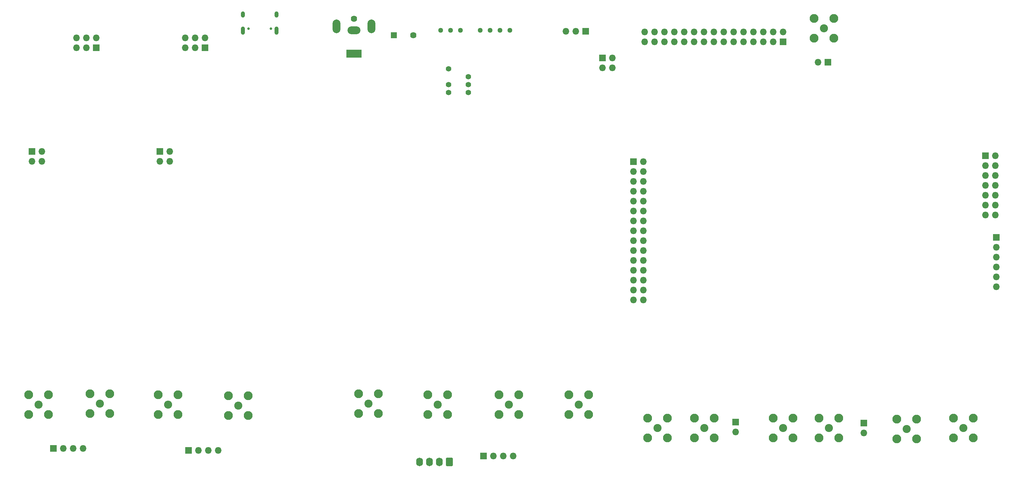
<source format=gbr>
G04 #@! TF.GenerationSoftware,KiCad,Pcbnew,(5.1.6-0-10_14)*
G04 #@! TF.CreationDate,2021-10-01T11:36:57+02:00*
G04 #@! TF.ProjectId,BioZ_front_end_V2_1,42696f5a-5f66-4726-9f6e-745f656e645f,rev?*
G04 #@! TF.SameCoordinates,Original*
G04 #@! TF.FileFunction,Soldermask,Bot*
G04 #@! TF.FilePolarity,Negative*
%FSLAX46Y46*%
G04 Gerber Fmt 4.6, Leading zero omitted, Abs format (unit mm)*
G04 Created by KiCad (PCBNEW (5.1.6-0-10_14)) date 2021-10-01 11:36:57*
%MOMM*%
%LPD*%
G01*
G04 APERTURE LIST*
%ADD10O,1.720000X1.720000*%
%ADD11R,1.720000X1.720000*%
%ADD12C,2.270000*%
%ADD13C,2.070000*%
%ADD14C,1.290000*%
%ADD15O,1.020000X2.120000*%
%ADD16O,1.020000X1.620000*%
%ADD17C,0.670000*%
%ADD18C,1.620000*%
%ADD19R,1.620000X1.620000*%
%ADD20O,1.760000X2.210000*%
%ADD21R,4.020000X2.020000*%
%ADD22O,3.320000X2.020000*%
%ADD23O,2.020000X3.520000*%
%ADD24C,1.391600*%
G04 APERTURE END LIST*
D10*
G04 #@! TO.C,J4*
X59400000Y-71440000D03*
X56860000Y-71440000D03*
X59400000Y-68900000D03*
D11*
X56860000Y-68900000D03*
G04 #@! TD*
D10*
G04 #@! TO.C,J13*
X71870000Y-145750000D03*
X69330000Y-145750000D03*
X66790000Y-145750000D03*
D11*
X64250000Y-145750000D03*
G04 #@! TD*
D10*
G04 #@! TO.C,J11*
X63420000Y-39710000D03*
X63420000Y-42250000D03*
X65960000Y-39710000D03*
X65960000Y-42250000D03*
X68500000Y-39710000D03*
D11*
X68500000Y-42250000D03*
G04 #@! TD*
D12*
G04 #@! TO.C,J8*
X74460000Y-136790000D03*
X74460000Y-131710000D03*
X79540000Y-131710000D03*
X79540000Y-136790000D03*
D13*
X77000000Y-134250000D03*
G04 #@! TD*
D12*
G04 #@! TO.C,J7*
X56460000Y-136540000D03*
X56460000Y-131460000D03*
X61540000Y-131460000D03*
X61540000Y-136540000D03*
D13*
X59000000Y-134000000D03*
G04 #@! TD*
D12*
G04 #@! TO.C,J9*
X23210000Y-136540000D03*
X23210000Y-131460000D03*
X28290000Y-131460000D03*
X28290000Y-136540000D03*
D13*
X25750000Y-134000000D03*
G04 #@! TD*
D10*
G04 #@! TO.C,J14*
X37120000Y-145250000D03*
X34580000Y-145250000D03*
X32040000Y-145250000D03*
D11*
X29500000Y-145250000D03*
G04 #@! TD*
D10*
G04 #@! TO.C,J12*
X35420000Y-39710000D03*
X35420000Y-42250000D03*
X37960000Y-39710000D03*
X37960000Y-42250000D03*
X40500000Y-39710000D03*
D11*
X40500000Y-42250000D03*
G04 #@! TD*
D12*
G04 #@! TO.C,J10*
X38960000Y-136290000D03*
X38960000Y-131210000D03*
X44040000Y-131210000D03*
X44040000Y-136290000D03*
D13*
X41500000Y-133750000D03*
G04 #@! TD*
D10*
G04 #@! TO.C,J5*
X26540000Y-71440000D03*
X24000000Y-71440000D03*
X26540000Y-68900000D03*
D11*
X24000000Y-68900000D03*
G04 #@! TD*
G04 #@! TO.C,J15*
X170600000Y-44900000D03*
D10*
X173140000Y-44900000D03*
X170600000Y-47440000D03*
X173140000Y-47440000D03*
G04 #@! TD*
D13*
G04 #@! TO.C,J19*
X146500000Y-134000000D03*
D12*
X149040000Y-136540000D03*
X149040000Y-131460000D03*
X143960000Y-131460000D03*
X143960000Y-136540000D03*
G04 #@! TD*
D14*
G04 #@! TO.C,U19*
X129000000Y-37750000D03*
X131540000Y-37750000D03*
X134080000Y-37750000D03*
X139160000Y-37750000D03*
X141700000Y-37750000D03*
X144240000Y-37750000D03*
X146780000Y-37750000D03*
G04 #@! TD*
D11*
G04 #@! TO.C,J33*
X271750000Y-91000000D03*
D10*
X271750000Y-93540000D03*
X271750000Y-96080000D03*
X271750000Y-98620000D03*
X271750000Y-101160000D03*
X271750000Y-103700000D03*
G04 #@! TD*
D11*
G04 #@! TO.C,J18*
X269000000Y-70000000D03*
D10*
X271540000Y-70000000D03*
X269000000Y-72540000D03*
X271540000Y-72540000D03*
X269000000Y-75080000D03*
X271540000Y-75080000D03*
X269000000Y-77620000D03*
X271540000Y-77620000D03*
X269000000Y-80160000D03*
X271540000Y-80160000D03*
X269000000Y-82700000D03*
X271540000Y-82700000D03*
X269000000Y-85240000D03*
X271540000Y-85240000D03*
G04 #@! TD*
D15*
G04 #@! TO.C,J17*
X86820000Y-37855000D03*
X78180000Y-37855000D03*
D16*
X86820000Y-33675000D03*
X78180000Y-33675000D03*
D17*
X79610000Y-37355000D03*
X85390000Y-37355000D03*
G04 #@! TD*
D10*
G04 #@! TO.C,J16*
X225960000Y-46000000D03*
D11*
X228500000Y-46000000D03*
G04 #@! TD*
D18*
G04 #@! TO.C,C2*
X122000000Y-39000000D03*
D19*
X117000000Y-39000000D03*
G04 #@! TD*
D10*
G04 #@! TO.C,JP4*
X237750000Y-141290000D03*
D11*
X237750000Y-138750000D03*
G04 #@! TD*
D10*
G04 #@! TO.C,JP3*
X204750000Y-141040000D03*
D11*
X204750000Y-138500000D03*
G04 #@! TD*
D10*
G04 #@! TO.C,J32*
X181440000Y-38210000D03*
X181440000Y-40750000D03*
X183980000Y-38210000D03*
X183980000Y-40750000D03*
X186520000Y-38210000D03*
X186520000Y-40750000D03*
X189060000Y-38210000D03*
X189060000Y-40750000D03*
X191600000Y-38210000D03*
X191600000Y-40750000D03*
X194140000Y-38210000D03*
X194140000Y-40750000D03*
X196680000Y-38210000D03*
X196680000Y-40750000D03*
X199220000Y-38210000D03*
X199220000Y-40750000D03*
X201760000Y-38210000D03*
X201760000Y-40750000D03*
X204300000Y-38210000D03*
X204300000Y-40750000D03*
X206840000Y-38210000D03*
X206840000Y-40750000D03*
X209380000Y-38210000D03*
X209380000Y-40750000D03*
X211920000Y-38210000D03*
X211920000Y-40750000D03*
X214460000Y-38210000D03*
X214460000Y-40750000D03*
X217000000Y-38210000D03*
D11*
X217000000Y-40750000D03*
G04 #@! TD*
D12*
G04 #@! TO.C,J31*
X214460000Y-142540000D03*
X214460000Y-137460000D03*
X219540000Y-137460000D03*
X219540000Y-142540000D03*
D13*
X217000000Y-140000000D03*
G04 #@! TD*
D12*
G04 #@! TO.C,J30*
X260710000Y-142540000D03*
X260710000Y-137460000D03*
X265790000Y-137460000D03*
X265790000Y-142540000D03*
D13*
X263250000Y-140000000D03*
G04 #@! TD*
D10*
G04 #@! TO.C,J29*
X181040000Y-107060000D03*
X178500000Y-107060000D03*
X181040000Y-104520000D03*
X178500000Y-104520000D03*
X181040000Y-101980000D03*
X178500000Y-101980000D03*
X181040000Y-99440000D03*
X178500000Y-99440000D03*
X181040000Y-96900000D03*
X178500000Y-96900000D03*
X181040000Y-94360000D03*
X178500000Y-94360000D03*
X181040000Y-91820000D03*
X178500000Y-91820000D03*
X181040000Y-89280000D03*
X178500000Y-89280000D03*
X181040000Y-86740000D03*
X178500000Y-86740000D03*
X181040000Y-84200000D03*
X178500000Y-84200000D03*
X181040000Y-81660000D03*
X178500000Y-81660000D03*
X181040000Y-79120000D03*
X178500000Y-79120000D03*
X181040000Y-76580000D03*
X178500000Y-76580000D03*
X181040000Y-74040000D03*
X178500000Y-74040000D03*
X181040000Y-71500000D03*
D11*
X178500000Y-71500000D03*
G04 #@! TD*
D12*
G04 #@! TO.C,J28*
X182210000Y-142540000D03*
X182210000Y-137460000D03*
X187290000Y-137460000D03*
X187290000Y-142540000D03*
D13*
X184750000Y-140000000D03*
G04 #@! TD*
D12*
G04 #@! TO.C,J27*
X246210000Y-142790000D03*
X246210000Y-137710000D03*
X251290000Y-137710000D03*
X251290000Y-142790000D03*
D13*
X248750000Y-140250000D03*
G04 #@! TD*
D12*
G04 #@! TO.C,J26*
X226210000Y-142540000D03*
X226210000Y-137460000D03*
X231290000Y-137460000D03*
X231290000Y-142540000D03*
D13*
X228750000Y-140000000D03*
G04 #@! TD*
D12*
G04 #@! TO.C,J25*
X194210000Y-142540000D03*
X194210000Y-137460000D03*
X199290000Y-137460000D03*
X199290000Y-142540000D03*
D13*
X196750000Y-140000000D03*
G04 #@! TD*
D10*
G04 #@! TO.C,J24*
X147620000Y-147250000D03*
X145080000Y-147250000D03*
X142540000Y-147250000D03*
D11*
X140000000Y-147250000D03*
G04 #@! TD*
D20*
G04 #@! TO.C,J23*
X123630000Y-148750000D03*
X126170000Y-148750000D03*
X128710000Y-148750000D03*
G36*
G01*
X132130000Y-147897873D02*
X132130000Y-149602127D01*
G75*
G02*
X131877127Y-149855000I-252873J0D01*
G01*
X130622873Y-149855000D01*
G75*
G02*
X130370000Y-149602127I0J252873D01*
G01*
X130370000Y-147897873D01*
G75*
G02*
X130622873Y-147645000I252873J0D01*
G01*
X131877127Y-147645000D01*
G75*
G02*
X132130000Y-147897873I0J-252873D01*
G01*
G37*
G04 #@! TD*
D12*
G04 #@! TO.C,J22*
X161960000Y-136540000D03*
X161960000Y-131460000D03*
X167040000Y-131460000D03*
X167040000Y-136540000D03*
D13*
X164500000Y-134000000D03*
G04 #@! TD*
D12*
G04 #@! TO.C,J21*
X107960000Y-136290000D03*
X107960000Y-131210000D03*
X113040000Y-131210000D03*
X113040000Y-136290000D03*
D13*
X110500000Y-133750000D03*
G04 #@! TD*
D12*
G04 #@! TO.C,J20*
X125710000Y-136540000D03*
X125710000Y-131460000D03*
X130790000Y-131460000D03*
X130790000Y-136540000D03*
D13*
X128250000Y-134000000D03*
G04 #@! TD*
D12*
G04 #@! TO.C,J6*
X224960000Y-39790000D03*
X224960000Y-34710000D03*
X230040000Y-34710000D03*
X230040000Y-39790000D03*
D13*
X227500000Y-37250000D03*
G04 #@! TD*
D10*
G04 #@! TO.C,J3*
X161170000Y-38000000D03*
X163710000Y-38000000D03*
D11*
X166250000Y-38000000D03*
G04 #@! TD*
D21*
G04 #@! TO.C,J1*
X106750000Y-43750000D03*
D22*
X106750000Y-37750000D03*
D23*
X111250000Y-36750000D03*
X102250000Y-36750000D03*
D18*
X106750000Y-34750000D03*
G04 #@! TD*
D24*
G04 #@! TO.C,U1*
X131000000Y-53750000D03*
X131000000Y-51718000D03*
X131000000Y-47654000D03*
X136080000Y-53750000D03*
X136080000Y-51718000D03*
X136080000Y-49686000D03*
G04 #@! TD*
M02*

</source>
